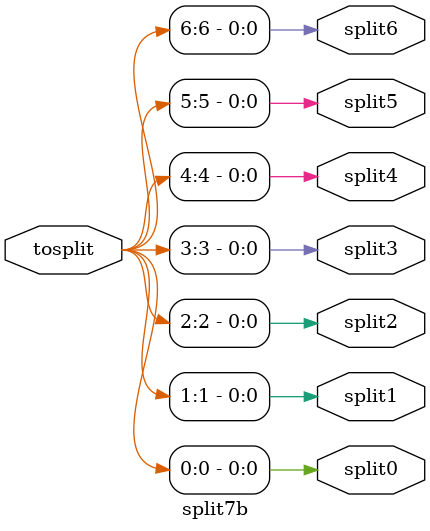
<source format=v>
module split7b(
    input [6:0] tosplit,
    output split0,
    output split1,
    output split2,
    output split3,
    output split4,
    output split5,
    output split6
    );
    assign split0 = tosplit[0];
    assign split1 = tosplit[1];
    assign split2 = tosplit[2];
    assign split3 = tosplit[3];
    assign split4 = tosplit[4];
    assign split5 = tosplit[5];
    assign split6 = tosplit[6];
endmodule
</source>
